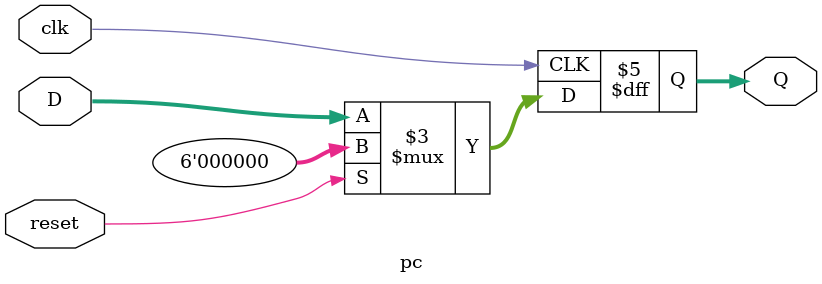
<source format=v>
`timescale 1ns / 1ps


module pc(
input reset,
input clk,
input [5:0] D,
output reg [5:0] Q

    );
always @(posedge clk)begin
    if(reset)
        Q = 0;
    else
        Q = D;
    end
endmodule

</source>
